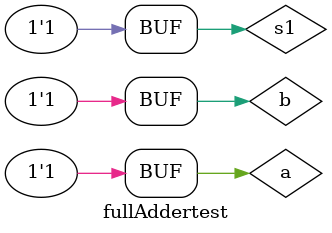
<source format=v>

module halfAdder (s1, s2, p, q);

	output s1, s2;
	input p, q;
		
	xor XOR1(s1, p, q);
	and AND1(s2, p, q);	

endmodule

//--Full Adder mudule--
module fullAdder(s1, s2, s3, p, q);
	output s2, s3;
	input s1, p, q;
	wire s4, s5, s6;
	
	halfAdder HALF2(s4, s5, p, q);
	halfAdder HALF1(s2, s6, s1, s4);
	or OR1(s3, s6, s5);
	
endmodule

//--teste Full Adder--

module fullAddertest;
	reg a, b, s1;
	wire s2, s3;
	
//--instancia--

	fullAdder FULL(s1, s2, s3, a, b);
	
initial begin:start
	a = 0;
	b = 0;
	s1 = 0;

end
	
//--parte principal--

initial begin:main

	$display("\nGuia 04 - exercicio 02 - Paulo Henrique - 412765");
	$display("\nTeste Full Adder gate");
	$display("\nCin a + b = s");
	$monitor("%b %b + %b = %b%b", s1, a, b, s2, s3);
	
	#1 s1 = 1; a = 0; b = 0;
	#1 s1 = 0; a = 1; b = 0;
	#1 s1 = 1; a = 1; b = 0;
	#1 s1 = 0; a = 0; b = 1;
	#1 s1 = 1; a = 0; b = 1;
	#1 s1 = 0; a = 1; b = 1;
	#1 s1 = 1; a = 1; b = 1;
	
	
end //--fim parte principal--

endmodule //--fim	test Full Adder gate
	
</source>
